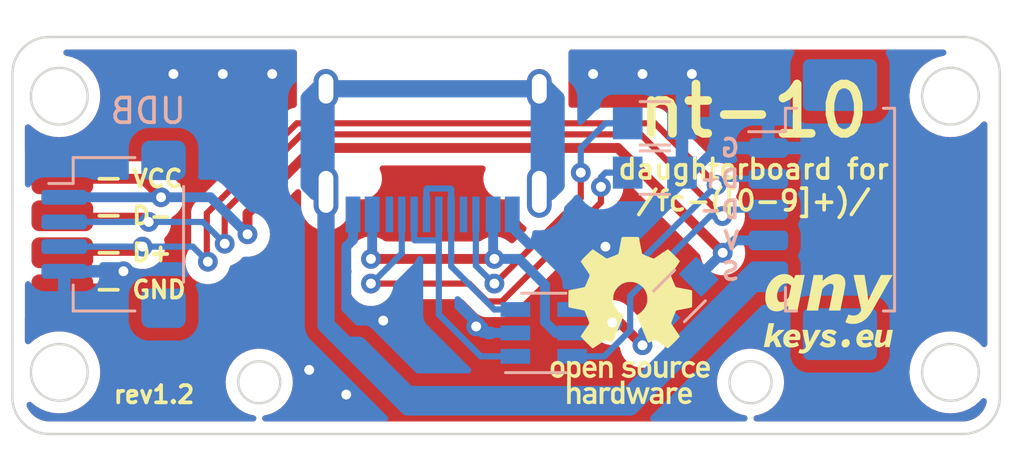
<source format=kicad_pcb>
(kicad_pcb (version 20211014) (generator pcbnew)
  (layers (0 "F.Cu" signal) (31 "B.Cu" signal) (34 "B.Paste" user) (35 "F.Paste" user) (36 "B.SilkS" user "B.Silkscreen") (37 "F.SilkS" user "F.Silkscreen") (38 "B.Mask" user) (39 "F.Mask" user) (44 "Edge.Cuts" user))
  (net 0 "")
  (net 1 "Net-(J1-Pad5)")
  (net 2 "GND")
  (net 3 "VCC")
  (net 4 "VBUS")
  (net 5 "Net-(J1-Pad4)")
  (net 6 "Net-(J1-Pad10)")
  (net 9 "D+")
  (net 10 "D-")
  (net 11 "Net-(J1-Pad6)")
  (net 12 "Earth")
  (footprint "footprints:01x04-solder-header" (layer "F.Cu") (at 2.025 8 -90)
    (fp_text reference "J4" hide)
    (fp_text value "Solder header")
    (pad "1" smd roundrect (at -2.25 0 270) (size 1.25 2.5) (layers "F.Cu" "F.Paste" "F.Mask") (net 3 "VCC"))
    (pad "2" smd roundrect (at -0.75 0 270) (size 1.25 2.5) (layers "F.Cu" "F.Paste" "F.Mask") (net 10 "D-"))
    (pad "3" smd roundrect (at 0.75 0 270) (size 1.25 2.5) (layers "F.Cu" "F.Paste" "F.Mask") (net 9 "D+"))
    (pad "4" smd roundrect (at 2.25 0 270) (size 1.25 2.5) (layers "F.Cu" "F.Paste" "F.Mask") (net 2 "GND"))
  )
  (footprint "Keeb_components:GRAPHIC_oshw" (layer "F.Cu") (at 25.025 11.5)
    (fp_text reference "G***" hide)
    (fp_text value "LOGO" hide)
  )
  (footprint "Keeb_components:GRAPHIC_logo_text" (layer "F.Cu") (at 33.025 11.5)
    (fp_text reference "G***" hide)
    (fp_text value "LOGO" hide)
  )
  (footprint "Keeb_components:R_0805" (layer "B.Cu") (at 26.025 3.5)
    (fp_text reference "R4" hide)
    (fp_text value "5.1k" hide)
    (pad "1" smd rect (at -1.1 0) (size 1.2 1.3) (layers "B.Cu" "B.Paste" "B.Mask") (net 6 "Net-(J1-Pad10)"))
    (pad "2" smd rect (at 1.1 0) (size 1.2 1.3) (layers "B.Cu" "B.Paste" "B.Mask") (net 2 "GND"))
  )
  (footprint "Connector_Molex:Molex_PicoBlade_53261-0571_1x05-1MP_P1.25mm_Horizontal" (layer "B.Cu") (at 33.025 7 -90)
    (fp_text reference "J2" hide)
    (fp_text value "MOLEX 53261-0571")
    (pad "1" smd roundrect (at -2.5 2.4 270) (size 0.8 1.6) (layers "B.Cu" "B.Paste" "B.Mask") (net 2 "GND"))
    (pad "2" smd roundrect (at -1.25 2.4 270) (size 0.8 1.6) (layers "B.Cu" "B.Paste" "B.Mask") (net 9 "D+"))
    (pad "3" smd roundrect (at 0 2.4 270) (size 0.8 1.6) (layers "B.Cu" "B.Paste" "B.Mask") (net 10 "D-"))
    (pad "4" smd roundrect (at 1.25 2.4 270) (size 0.8 1.6) (layers "B.Cu" "B.Paste" "B.Mask") (net 3 "VCC"))
    (pad "5" smd roundrect (at 2.5 2.4 270) (size 0.8 1.6) (layers "B.Cu" "B.Paste" "B.Mask") (net 12 "Earth"))
    (pad "MP" smd roundrect (at -5.05 -0.5 270) (size 2.1 3) (layers "B.Cu" "B.Paste" "B.Mask") (roundrect_rratio 0.1190480952))
    (pad "MP" smd roundrect (at 5.05 -0.5 270) (size 2.1 3) (layers "B.Cu" "B.Paste" "B.Mask") (roundrect_rratio 0.1190480952))
  )
  (footprint "Keeb_components:HRO-TYPE-C-31-M-12" (layer "B.Cu") (at 17.025 -0.5 180)
    (fp_text reference "J1")
    (fp_text value "HRO-TYPE-C-31-M-12")
    (pad "" np_thru_hole circle locked (at 2.89 -6.25) (size 0.65 0.65) (drill 0.65) (layers *.Cu *.Mask))
    (pad "" np_thru_hole circle locked (at -2.89 -6.25) (size 0.65 0.65) (drill 0.65) (layers *.Cu *.Mask))
    (pad "1" smd rect locked (at 3.225 -7.695) (size 0.6 1.45) (layers "B.Cu" "B.Paste" "B.Mask") (net 2 "GND"))
    (pad "2" smd rect locked (at 2.45 -7.695) (size 0.6 1.45) (layers "B.Cu" "B.Paste" "B.Mask") (net 4 "VBUS"))
    (pad "3" smd rect locked (at 1.75 -7.695) (size 0.3 1.45) (layers "B.Cu" "B.Paste" "B.Mask"))
    (pad "4" smd rect locked (at 1.25 -7.695) (size 0.3 1.45) (layers "B.Cu" "B.Paste" "B.Mask") (net 5 "Net-(J1-Pad4)"))
    (pad "5" smd rect locked (at 0.75 -7.695) (size 0.3 1.45) (layers "B.Cu" "B.Paste" "B.Mask") (net 1 "Net-(J1-Pad5)"))
    (pad "6" smd rect locked (at 0.25 -7.695) (size 0.3 1.45) (layers "B.Cu" "B.Paste" "B.Mask") (net 11 "Net-(J1-Pad6)"))
    (pad "7" smd rect locked (at -0.25 -7.695) (size 0.3 1.45) (layers "B.Cu" "B.Paste" "B.Mask") (net 1 "Net-(J1-Pad5)"))
    (pad "8" smd rect locked (at -0.75 -7.695) (size 0.3 1.45) (layers "B.Cu" "B.Paste" "B.Mask") (net 11 "Net-(J1-Pad6)"))
    (pad "9" smd rect locked (at -1.25 -7.695) (size 0.3 1.45) (layers "B.Cu" "B.Paste" "B.Mask"))
    (pad "10" smd rect locked (at -1.75 -7.695) (size 0.3 1.45) (layers "B.Cu" "B.Paste" "B.Mask") (net 6 "Net-(J1-Pad10)"))
    (pad "11" smd rect locked (at -2.45 -7.695) (size 0.6 1.45) (layers "B.Cu" "B.Paste" "B.Mask") (net 4 "VBUS"))
    (pad "12" smd rect locked (at -3.225 -7.695) (size 0.6 1.45) (layers "B.Cu" "B.Paste" "B.Mask") (net 2 "GND"))
    (pad "13" thru_hole oval locked (at -4.32 -2.6) (size 1 1.6) (drill oval 0.6 1.2) (layers *.Cu *.Mask) (net 12 "Earth"))
    (pad "13" thru_hole oval locked (at -4.32 -6.78) (size 1 2.1) (drill oval 0.6 1.7) (layers *.Cu *.Mask) (net 12 "Earth"))
    (pad "13" thru_hole oval locked (at 4.32 -6.78) (size 1 2.1) (drill oval 0.6 1.7) (layers *.Cu *.Mask) (net 12 "Earth"))
    (pad "13" thru_hole oval locked (at 4.32 -2.6) (size 1 1.6) (drill oval 0.6 1.2) (layers *.Cu *.Mask) (net 12 "Earth"))
  )
  (footprint "Keeb_components:R_0805" (layer "B.Cu") (at 26.025 5.5)
    (fp_text reference "R3" hide)
    (fp_text value "5.1k" hide)
    (pad "1" smd rect (at -1.1 0) (size 1.2 1.3) (layers "B.Cu" "B.Paste" "B.Mask") (net 5 "Net-(J1-Pad4)"))
    (pad "2" smd rect (at 1.1 0) (size 1.2 1.3) (layers "B.Cu" "B.Paste" "B.Mask") (net 2 "GND"))
  )
  (footprint "Keeb_components:CONN_JST_SH_SM04B-SRSS-TB_1x04-1MP_P1.00mm_Horizontal" (layer "B.Cu") (at 4.25 8 -90)
    (fp_text reference "J3" hide)
    (fp_text value "UDB" (at -5 -1.25 180) (layer "B.SilkS") (effects (justify mirror)))
    (pad "1" smd roundrect locked (at -1.5 2.15 270) (size 0.6 1.85) (layers "B.Cu" "B.Paste" "B.Mask") (net 3 "VCC"))
    (pad "2" smd roundrect locked (at -0.5 2.15 270) (size 0.6 1.85) (layers "B.Cu" "B.Paste" "B.Mask") (net 10 "D-"))
    (pad "3" smd roundrect locked (at 0.5 2.15 270) (size 0.6 1.85) (layers "B.Cu" "B.Paste" "B.Mask") (net 9 "D+"))
    (pad "4" smd roundrect locked (at 1.5 2.15 270) (size 0.6 1.85) (layers "B.Cu" "B.Paste" "B.Mask") (net 2 "GND"))
    (pad "MP" smd roundrect locked (at 3 -1.875 270) (size 1.6 1.8) (layers "B.Cu" "B.Paste" "B.Mask") (roundrect_rratio 0.208))
    (pad "MP" smd roundrect locked (at -3 -1.875 270) (size 1.6 1.8) (layers "B.Cu" "B.Paste" "B.Mask") (roundrect_rratio 0.208))
  )
  (footprint "Keeb_components:USBLC6-2SC6" (layer "B.Cu") (at 21.525 12 180)
    (fp_text reference "U2" hide)
    (fp_text value "USBLC6-2SC6")
    (pad "1" smd rect (at 1.15 -0.95 90) (size 0.6 1.2) (layers "B.Cu" "B.Paste" "B.Mask") (net 1 "Net-(J1-Pad5)"))
    (pad "2" smd rect (at 1.15 0 90) (size 0.6 1.2) (layers "B.Cu" "B.Paste" "B.Mask") (net 2 "GND"))
    (pad "3" smd rect (at 1.15 0.95 90) (size 0.6 1.2) (layers "B.Cu" "B.Paste" "B.Mask") (net 11 "Net-(J1-Pad6)"))
    (pad "4" smd rect (at -1.15 0.95 90) (size 0.6 1.2) (layers "B.Cu" "B.Paste" "B.Mask") (net 9 "D+"))
    (pad "5" smd rect (at -1.15 0 90) (size 0.6 1.2) (layers "B.Cu" "B.Paste" "B.Mask") (net 4 "VBUS"))
    (pad "6" smd rect (at -1.15 -0.95 90) (size 0.6 1.2) (layers "B.Cu" "B.Paste" "B.Mask") (net 10 "D-"))
  )
  (footprint "Keeb_components:F_0805" (layer "B.Cu") (at 27.025 10.5 45)
    (fp_text reference "F1" hide)
    (fp_text value "Polyfuse" hide)
    (pad "1" smd rect (at -1.1 0 45) (size 1 1.3) (layers "B.Cu" "B.Paste" "B.Mask") (net 4 "VBUS"))
    (pad "2" smd rect (at 1.1 0 45) (size 1 1.3) (layers "B.Cu" "B.Paste" "B.Mask") (net 3 "VCC"))
  )
  (gr_line (start 3.525 8.75) (end 4.275 8.75) (layer "F.SilkS") (width 0.15))
  (gr_line (start 3.525 5.75) (end 4.275 5.75) (layer "F.SilkS") (width 0.15))
  (gr_line (start 3.525 10.25) (end 4.275 10.25) (layer "F.SilkS") (width 0.15))
  (gr_line (start 3.525 7.25) (end 4.275 7.25) (layer "F.SilkS") (width 0.15))
  (gr_line (start 40 1.5) (end 40 14.6) (layer "Edge.Cuts") (width 0.1))
  (gr_circle (center 38 13.6) (end 39.15 13.6) (layer "Edge.Cuts") (width 0.1) (fill none))
  (gr_circle (center 1.9 13.6) (end 3.05 13.6) (layer "Edge.Cuts") (width 0.1) (fill none))
  (gr_circle (center 1.9 2.4) (end 3.05 2.4) (layer "Edge.Cuts") (width 0.1) (fill none))
  (gr_line (start 0 14.6) (end 0 1.5) (layer "Edge.Cuts") (width 0.1))
  (gr_line (start 38.5 16.1) (end 1.5 16.1) (layer "Edge.Cuts") (width 0.1))
  (gr_arc (start 40 14.6) (mid 39.56066 15.66066) (end 38.5 16.1) (layer "Edge.Cuts") (width 0.1))
  (gr_arc (start 1.5 16.1) (mid 0.43934 15.66066) (end 0 14.6) (layer "Edge.Cuts") (width 0.1))
  (gr_line (start 1.5 0) (end 38.5 0) (layer "Edge.Cuts") (width 0.1))
  (gr_arc (start 0 1.5) (mid 0.43934 0.43934) (end 1.5 0) (layer "Edge.Cuts") (width 0.1))
  (gr_circle (center 38 2.4) (end 39.15 2.4) (layer "Edge.Cuts") (width 0.1) (fill none))
  (gr_arc (start 38.5 0) (mid 39.56066 0.43934) (end 40 1.5) (layer "Edge.Cuts") (width 0.1))
  (gr_circle (center 10 14) (end 10.85 14) (layer "Edge.Cuts") (width 0.1) (fill none))
  (gr_circle (center 29.9 14) (end 30.75 14) (layer "Edge.Cuts") (width 0.1) (fill none))
  (gr_text "G" (at 29.525 4.5) (layer "B.SilkS") (effects (font (size 0.7 0.7)) (justify left mirror)))
  (gr_text "D+" (at 29.525 5.75) (layer "B.SilkS") (effects (font (size 0.7 0.7)) (justify left mirror)))
  (gr_text "D-" (at 29.525 7) (layer "B.SilkS") (effects (font (size 0.7 0.7)) (justify left mirror)))
  (gr_text "V" (at 29.525 8.25) (layer "B.SilkS") (effects (font (size 0.7 0.7)) (justify left mirror)))
  (gr_text "S" (at 29.525 9.5) (layer "B.SilkS") (effects (font (size 0.7 0.7)) (justify left mirror)))
  (gr_text "VCC" (at 4.775 5.75) (layer "F.SilkS") (effects (font (size 0.7 0.7)) (justify left)))
  (gr_text "D+" (at 4.775 8.75) (layer "F.SilkS") (effects (font (size 0.7 0.7)) (justify left)))
  (gr_text "D-" (at 4.775 7.25) (layer "F.SilkS") (effects (font (size 0.7 0.7)) (justify left)))
  (gr_text "GND" (at 4.775 10.25) (layer "F.SilkS") (effects (font (size 0.7 0.7)) (justify left)))
  (gr_text "nt-10" (at 30.025 3) (layer "F.SilkS") (effects (font (size 2 2) (thickness 0.35))))
  (gr_text "daughterboard for\n/fc-([0-9]+)/" (at 30.025 6) (layer "F.SilkS") (effects (font (size 0.8 0.8))))
  (gr_text "rev1.2" (at 4.025 14.5) (layer "F.SilkS") (effects (font (size 0.7 0.7)) (justify left)))
  (segment (start 16.275 7.195) (end 16.275 8.219022) (width 0.25) (layer "B.Cu") (net 1))
  (segment (start 18.975 12.95) (end 17.275 11.25) (width 0.25) (layer "B.Cu") (net 1))
  (segment (start 16.275 8.219022) (end 16.300489 8.244511) (width 0.25) (layer "B.Cu") (net 1))
  (segment (start 17.275 8.219022) (end 17.275 7.195) (width 0.25) (layer "B.Cu") (net 1))
  (segment (start 16.300489 8.244511) (end 17.249511 8.244511) (width 0.25) (layer "B.Cu") (net 1))
  (segment (start 17.249511 8.244511) (end 17.275 8.219022) (width 0.25) (layer "B.Cu") (net 1))
  (segment (start 20.375 12.95) (end 18.975 12.95) (width 0.25) (layer "B.Cu") (net 1))
  (segment (start 17.275 11.25) (end 17.275 7.195) (width 0.25) (layer "B.Cu") (net 1))
  (segment (start 3.75 10.25) (end 4.5 9.5) (width 0.4) (layer "F.Cu") (net 2))
  (segment (start 2.025 10.25) (end 3.75 10.25) (width 0.4) (layer "F.Cu") (net 2))
  (via (at 13.525 14.5) (size 0.8) (drill 0.4) (layers "F.Cu" "B.Cu") (net 2))
  (via (at 18.787299 11.737701) (size 0.8) (drill 0.4) (layers "F.Cu" "B.Cu") (net 2))
  (via (at 12.025 13.5) (size 0.8) (drill 0.4) (layers "F.Cu" "B.Cu") (net 2))
  (via (at 27.525 1.5) (size 0.8) (drill 0.4) (layers "F.Cu" "B.Cu") (net 2))
  (via (at 15.025 11.5) (size 0.8) (drill 0.4) (layers "F.Cu" "B.Cu") (net 2))
  (via (at 24.025 8.5) (size 0.8) (drill 0.4) (layers "F.Cu" "B.Cu") (net 2))
  (via (at 10.525 1.5) (size 0.8) (drill 0.4) (layers "F.Cu" "B.Cu") (net 2))
  (via (at 23.525 1.5) (size 0.8) (drill 0.4) (layers "F.Cu" "B.Cu") (net 2))
  (via (at 25.525 1.5) (size 0.8) (drill 0.4) (layers "F.Cu" "B.Cu") (net 2))
  (via (at 4.5 9.5) (size 0.8) (drill 0.4) (layers "F.Cu" "B.Cu") (net 2))
  (via (at 8.525 1.5) (size 0.8) (drill 0.4) (layers "F.Cu" "B.Cu") (net 2))
  (via (at 6.525 1.5) (size 0.8) (drill 0.4) (layers "F.Cu" "B.Cu") (net 2))
  (segment (start 20.92548 8.40048) (end 21.525 8.40048) (width 0.4) (layer "B.Cu") (net 2))
  (segment (start 13.525 11) (end 14.025 11.5) (width 0.4) (layer "B.Cu") (net 2))
  (segment (start 13.525 8.5) (end 13.525 9.5) (width 0.4) (layer "B.Cu") (net 2))
  (segment (start 28.525 4.5) (end 30.625 4.5) (width 0.4) (layer "B.Cu") (net 2))
  (segment (start 20.525 8) (end 20.92548 8.40048) (width 0.4) (layer "B.Cu") (net 2))
  (segment (start 24.525 8.5) (end 24.025 8.5) (width 0.4) (layer "B.Cu") (net 2))
  (segment (start 27.125 5.5) (end 27.525 5.5) (width 0.4) (layer "B.Cu") (net 2))
  (segment (start 20.25 7.725) (end 20.525 8) (width 0.4) (layer "B.Cu") (net 2))
  (segment (start 13.525 9.5) (end 13.525 11) (width 0.4) (layer "B.Cu") (net 2))
  (segment (start 20.25 7.195) (end 20.25 7.725) (width 0.4) (layer "B.Cu") (net 2))
  (segment (start 14.025 11.5) (end 15.025 11.5) (width 0.4) (layer "B.Cu") (net 2))
  (segment (start 27.125 5.5) (end 27.125 3.5) (width 0.4) (layer "B.Cu") (net 2))
  (segment (start 4.5 9.5) (end 2.1 9.5) (width 0.4) (layer "B.Cu") (net 2))
  (segment (start 19.049598 12) (end 18.787299 11.737701) (width 0.4) (layer "B.Cu") (net 2))
  (segment (start 27.125 5.9) (end 24.525 8.5) (width 0.4) (layer "B.Cu") (net 2))
  (segment (start 13.8 8.225) (end 13.525 8.5) (width 0.4) (layer "B.Cu") (net 2))
  (segment (start 20.375 12) (end 19.049598 12) (width 0.4) (layer "B.Cu") (net 2))
  (segment (start 27.525 5.5) (end 28.525 4.5) (width 0.4) (layer "B.Cu") (net 2))
  (segment (start 21.525 8.40048) (end 22.42548 8.40048) (width 0.4) (layer "B.Cu") (net 2))
  (segment (start 13.8 7.195) (end 13.8 8.225) (width 0.4) (layer "B.Cu") (net 2))
  (segment (start 23.92548 8.40048) (end 24.025 8.5) (width 0.4) (layer "B.Cu") (net 2))
  (segment (start 27.125 5.5) (end 27.125 5.9) (width 0.4) (layer "B.Cu") (net 2))
  (segment (start 22.42548 8.40048) (end 23.92548 8.40048) (width 0.4) (layer "B.Cu") (net 2))
  (segment (start 5.275 5.75) (end 6.025 6.5) (width 0.4) (layer "F.Cu") (net 3))
  (segment (start 28.775 8.75) (end 24.525 4.5) (width 0.4) (layer "F.Cu") (net 3))
  (segment (start 12.185332 4.5) (end 11.605166 5.080166) (width 0.4) (layer "F.Cu") (net 3))
  (segment (start 9.525 7.160331) (end 11.605166 5.080166) (width 0.4) (layer "F.Cu") (net 3))
  (segment (start 2.025 5.75) (end 5.275 5.75) (width 0.4) (layer "F.Cu") (net 3))
  (segment (start 12.185331 4.5) (end 11.605166 5.080166) (width 0.4) (layer "F.Cu") (net 3))
  (segment (start 24.525 4.5) (end 12.185332 4.5) (width 0.4) (layer "F.Cu") (net 3))
  (segment (start 9.525 8) (end 9.525 7.160331) (width 0.4) (layer "F.Cu") (net 3))
  (via (at 28.775 8.75) (size 0.8) (drill 0.4) (layers "F.Cu" "B.Cu") (net 3))
  (via (at 6.025 6.5) (size 0.8) (drill 0.4) (layers "F.Cu" "B.Cu") (net 3))
  (via (at 9.525 8) (size 0.8) (drill 0.4) (layers "F.Cu" "B.Cu") (net 3))
  (segment (start 6.025 6.5) (end 2.1 6.5) (width 0.4) (layer "B.Cu") (net 3))
  (segment (start 30.625 8.25) (end 29.275 8.25) (width 0.4) (layer "B.Cu") (net 3))
  (segment (start 6.025 6.5) (end 8.025 6.5) (width 0.4) (layer "B.Cu") (net 3))
  (segment (start 29.275 8.25) (end 28.775 8.75) (width 0.4) (layer "B.Cu") (net 3))
  (segment (start 27.802817 9.722183) (end 28.775 8.75) (width 0.4) (layer "B.Cu") (net 3))
  (segment (start 8.025 6.5) (end 9.525 8) (width 0.4) (layer "B.Cu") (net 3))
  (segment (start 14.525 9) (end 19.525 9) (width 0.4) (layer "F.Cu") (net 4))
  (segment (start 24.3005 11.579108) (end 24.604108 11.579108) (width 0.4) (layer "F.Cu") (net 4))
  (segment (start 24.604108 11.579108) (end 25.525 12.5) (width 0.4) (layer "F.Cu") (net 4))
  (via (at 14.525 9) (size 0.8) (drill 0.4) (layers "F.Cu" "B.Cu") (net 4))
  (via (at 25.525 12.5) (size 0.8) (drill 0.4) (layers "F.Cu" "B.Cu") (net 4))
  (via (at 24.3005 11.579108) (size 0.8) (drill 0.4) (layers "F.Cu" "B.Cu") (net 4))
  (via (at 19.525 9) (size 0.8) (drill 0.4) (layers "F.Cu" "B.Cu") (net 4))
  (segment (start 14.575 7.195) (end 14.575 8.95) (width 0.4) (layer "B.Cu") (net 4))
  (segment (start 22.025 12) (end 22.675 12) (width 0.4) (layer "B.Cu") (net 4))
  (segment (start 25.54952 12.47548) (end 25.525 12.5) (width 0.4) (layer "B.Cu") (net 4))
  (segment (start 22.675 12) (end 23.879608 12) (width 0.4) (layer "B.Cu") (net 4))
  (segment (start 19.475 7.195) (end 19.475 8.95) (width 0.4) (layer "B.Cu") (net 4))
  (segment (start 19.525 9) (end 20.525 9) (width 0.4) (layer "B.Cu") (net 4))
  (segment (start 21.574502 10.049502) (end 21.574502 11.549502) (width 0.4) (layer "B.Cu") (net 4))
  (segment (start 20.525 9) (end 21.574502 10.049502) (width 0.4) (layer "B.Cu") (net 4))
  (segment (start 19.475 8.95) (end 19.525 9) (width 0.4) (layer "B.Cu") (net 4))
  (segment (start 26.247183 11.277817) (end 25.54952 11.97548) (width 0.4) (layer "B.Cu") (net 4))
  (segment (start 23.879608 12) (end 24.3005 11.579108) (width 0.4) (layer "B.Cu") (net 4))
  (segment (start 25.54952 11.97548) (end 25.54952 12.47548) (width 0.4) (layer "B.Cu") (net 4))
  (segment (start 14.575 8.95) (end 14.525 9) (width 0.4) (layer "B.Cu") (net 4))
  (segment (start 21.574502 11.549502) (end 22.025 12) (width 0.4) (layer "B.Cu") (net 4))
  (segment (start 23.841086 6.077069) (end 23.841086 6.708528) (width 0.25) (layer "F.Cu") (net 5))
  (segment (start 14.525 9.999503) (end 18.499889 9.999503) (width 0.25) (layer "F.Cu") (net 5))
  (segment (start 19.224897 10.724511) (end 19.825103 10.724511) (width 0.25) (layer "F.Cu") (net 5))
  (segment (start 19.012693 10.512307) (end 19.224897 10.724511) (width 0.25) (layer "F.Cu") (net 5))
  (segment (start 18.499889 9.999503) (end 19.012693 10.512307) (width 0.25) (layer "F.Cu") (net 5))
  (segment (start 19.825103 10.724511) (end 23.037307 7.512307) (width 0.25) (layer "F.Cu") (net 5))
  (segment (start 23.841086 6.708528) (end 23.037307 7.512307) (width 0.25) (layer "F.Cu") (net 5))
  (via (at 14.525 9.999503) (size 0.8) (drill 0.4) (layers "F.Cu" "B.Cu") (net 5))
  (via (at 23.841086 6.077069) (size 0.8) (drill 0.4) (layers "F.Cu" "B.Cu") (net 5))
  (segment (start 15.775 8.774614) (end 14.550111 9.999503) (width 0.25) (layer "B.Cu") (net 5))
  (segment (start 15.775 7.195) (end 15.775 8.774614) (width 0.25) (layer "B.Cu") (net 5))
  (segment (start 23.841086 5.683914) (end 23.841086 6.077069) (width 0.25) (layer "B.Cu") (net 5))
  (segment (start 24.925 5.5) (end 24.025 5.5) (width 0.25) (layer "B.Cu") (net 5))
  (segment (start 24.025 5.5) (end 23.841086 5.683914) (width 0.25) (layer "B.Cu") (net 5))
  (segment (start 14.550111 9.999503) (end 14.525 9.999503) (width 0.25) (layer "B.Cu") (net 5))
  (segment (start 19.549614 10) (end 23.025 6.524614) (width 0.25) (layer "F.Cu") (net 6))
  (segment (start 19.525 10) (end 19.549614 10) (width 0.25) (layer "F.Cu") (net 6))
  (segment (start 23.025 6.524614) (end 23.025 5.5) (width 0.25) (layer "F.Cu") (net 6))
  (via (at 23.025 5.5) (size 0.8) (drill 0.4) (layers "F.Cu" "B.Cu") (net 6))
  (via (at 19.525 10) (size 0.8) (drill 0.4) (layers "F.Cu" "B.Cu") (net 6))
  (segment (start 18.775 9.274614) (end 19.500386 10) (width 0.25) (layer "B.Cu") (net 6))
  (segment (start 18.775 7.195) (end 18.775 9.274614) (width 0.25) (layer "B.Cu") (net 6))
  (segment (start 19.500386 10) (end 19.525 10) (width 0.25) (layer "B.Cu") (net 6))
  (segment (start 24.025 3.5) (end 23.025 4.5) (width 0.25) (layer "B.Cu") (net 6))
  (segment (start 24.925 3.5) (end 24.025 3.5) (width 0.25) (layer "B.Cu") (net 6))
  (segment (start 23.025 4.5) (end 23.025 5.5) (width 0.25) (layer "B.Cu") (net 6))
  (segment (start 8.5113 6.5137) (end 7.87707 7.14793) (width 0.25) (layer "F.Cu") (net 9))
  (segment (start 7.87707 9.070664) (end 7.919449 9.113043) (width 0.25) (layer "F.Cu") (net 9))
  (segment (start 7.87707 7.14793) (end 7.87707 9.070664) (width 0.25) (layer "F.Cu") (net 9))
  (segment (start 5.025 8.75) (end 5.275 8.5) (width 0.25) (layer "F.Cu") (net 9))
  (segment (start 2.025 8.75) (end 5.025 8.75) (width 0.25) (layer "F.Cu") (net 9))
  (segment (start 26.025 3.5) (end 11.525 3.5) (width 0.25) (layer "F.Cu") (net 9))
  (segment (start 28.525 6) (end 26.025 3.5) (width 0.25) (layer "F.Cu") (net 9))
  (segment (start 11.525 3.5) (end 8.5113 6.5137) (width 0.25) (layer "F.Cu") (net 9))
  (via (at 5.275 8.5) (size 0.8) (drill 0.4) (layers "F.Cu" "B.Cu") (net 9))
  (via (at 28.525 6) (size 0.8) (drill 0.4) (layers "F.Cu" "B.Cu") (net 9))
  (via (at 7.919449 9.113043) (size 0.8) (drill 0.4) (layers "F.Cu" "B.Cu") (net 9))
  (segment (start 30.625 5.75) (end 28.775 5.75) (width 0.25) (layer "B.Cu") (net 9))
  (segment (start 28.775 5.75) (end 28.525 6) (width 0.25) (layer "B.Cu") (net 9))
  (segment (start 7.306406 8.5) (end 5.275 8.5) (width 0.25) (layer "B.Cu") (net 9))
  (segment (start 5.275 8.5) (end 2.1 8.5) (width 0.25) (layer "B.Cu") (net 9))
  (segment (start 7.919449 9.113043) (end 7.306406 8.5) (width 0.25) (layer "B.Cu") (net 9))
  (segment (start 22.675 11.05) (end 23.475 11.05) (width 0.25) (layer "B.Cu") (net 9))
  (segment (start 23.475 11.05) (end 28.525 6) (width 0.25) (layer "B.Cu") (net 9))
  (segment (start 8.96082 6.699897) (end 8.601581 7.059136) (width 0.25) (layer "F.Cu") (net 10))
  (segment (start 25.449906 3.94952) (end 11.711196 3.94952) (width 0.25) (layer "F.Cu") (net 10))
  (segment (start 28.762693 7.262307) (end 25.449906 3.94952) (width 0.25) (layer "F.Cu") (net 10))
  (segment (start 11.711197 3.94952) (end 11.342858 4.317858) (width 0.25) (layer "F.Cu") (net 10))
  (segment (start 11.711196 3.94952) (end 11.342858 4.317858) (width 0.25) (layer "F.Cu") (net 10))
  (segment (start 2.025 7.25) (end 5.275 7.25) (width 0.25) (layer "F.Cu") (net 10))
  (segment (start 8.601581 7.059136) (end 8.601581 8.382494) (width 0.25) (layer "F.Cu") (net 10))
  (segment (start 5.275 7.25) (end 5.525 7.5) (width 0.25) (layer "F.Cu") (net 10))
  (segment (start 11.342858 4.317858) (end 8.96082 6.699897) (width 0.25) (layer "F.Cu") (net 10))
  (via (at 28.762693 7.262307) (size 0.8) (drill 0.4) (layers "F.Cu" "B.Cu") (net 10))
  (via (at 8.601581 8.382494) (size 0.8) (drill 0.4) (layers "F.Cu" "B.Cu") (net 10))
  (via (at 5.525 7.5) (size 0.8) (drill 0.4) (layers "F.Cu" "B.Cu") (net 10))
  (segment (start 25.025 10.5) (end 25.025 11.9) (width 0.25) (layer "B.Cu") (net 10))
  (segment (start 2.1 7.5) (end 5.525 7.5) (width 0.25) (layer "B.Cu") (net 10))
  (segment (start 7.719087 7.5) (end 5.525 7.5) (width 0.25) (layer "B.Cu") (net 10))
  (segment (start 28.262693 7.262307) (end 25.025 10.5) (width 0.25) (layer "B.Cu") (net 10))
  (segment (start 8.601581 8.382494) (end 7.719087 7.5) (width 0.25) (layer "B.Cu") (net 10))
  (segment (start 23.975 12.95) (end 22.675 12.95) (width 0.25) (layer "B.Cu") (net 10))
  (segment (start 25.025 11.9) (end 23.975 12.95) (width 0.25) (layer "B.Cu") (net 10))
  (segment (start 29.025 7) (end 28.762693 7.262307) (width 0.25) (layer "B.Cu") (net 10))
  (segment (start 30.625 7) (end 29.025 7) (width 0.25) (layer "B.Cu") (net 10))
  (segment (start 28.762693 7.262307) (end 28.262693 7.262307) (width 0.25) (layer "B.Cu") (net 10))
  (segment (start 16.775 7.195) (end 16.775 6.170978) (width 0.25) (layer "B.Cu") (net 11))
  (segment (start 16.800489 6.145489) (end 17.749511 6.145489) (width 0.25) (layer "B.Cu") (net 11))
  (segment (start 20.375 11.05) (end 19.525 11.05) (width 0.25) (layer "B.Cu") (net 11))
  (segment (start 19.525 11.05) (end 17.775 9.3) (width 0.25) (layer "B.Cu") (net 11))
  (segment (start 16.775 6.170978) (end 16.800489 6.145489) (width 0.25) (layer "B.Cu") (net 11))
  (segment (start 17.749511 6.145489) (end 17.775 6.170978) (width 0.25) (layer "B.Cu") (net 11))
  (segment (start 17.775 6.170978) (end 17.775 7.195) (width 0.25) (layer "B.Cu") (net 11))
  (segment (start 17.775 9.3) (end 17.775 7.195) (width 0.25) (layer "B.Cu") (net 11))
  (segment (start 12.025 2.5) (end 12.525 2) (width 0.7) (layer "B.Cu") (net 12))
  (segment (start 16.025 14.5) (end 14.025 12.5) (width 0.7) (layer "B.Cu") (net 12))
  (segment (start 31.025 10) (end 30.625 9.6) (width 0.7) (layer "B.Cu") (net 12))
  (segment (start 29.025 10.5) (end 30.025 9.5) (width 0.7) (layer "B.Cu") (net 12))
  (segment (start 30.625 9.6) (end 30.625 9.5) (width 0.7) (layer "B.Cu") (net 12))
  (segment (start 16.025 15) (end 24.525 15) (width 0.7) (layer "B.Cu") (net 12))
  (segment (start 12.025 6) (end 12.025 2.5) (width 0.7) (layer "B.Cu") (net 12))
  (segment (start 12.705 6.28) (end 12.305 6.28) (width 0.7) (layer "B.Cu") (net 12))
  (segment (start 12.305 6.28) (end 12.025 6) (width 0.7) (layer "B.Cu") (net 12))
  (segment (start 22.025 2.5) (end 21.525 2) (width 0.7) (layer "B.Cu") (net 12))
  (segment (start 16.025 14.5) (end 25.025 14.5) (width 0.7) (layer "B.Cu") (net 12))
  (segment (start 12.705 2.1) (end 21.345 2.1) (width 0.7) (layer "B.Cu") (net 12))
  (segment (start 25.025 14.5) (end 25.525 14) (width 0.7) (layer "B.Cu") (net 12))
  (segment (start 12.705 6.28) (end 12.705 11.68) (width 0.7) (layer "B.Cu") (net 12))
  (segment (start 12.705 6.28) (end 12.705 2.1) (width 0.7) (layer "B.Cu") (net 12))
  (segment (start 21.345 2.1) (end 21.345 6.28) (width 0.7) (layer "B.Cu") (net 12))
  (segment (start 13.525 12.5) (end 15.525 14.5) (width 0.7) (layer "B.Cu") (net 12))
  (segment (start 12.705 11.68) (end 13.525 12.5) (width 0.7) (layer "B.Cu") (net 12))
  (segment (start 24.525 15) (end 25.025 15) (width 0.7) (layer "B.Cu") (net 12))
  (segment (start 21.345 6.28) (end 21.745 6.28) (width 0.7) (layer "B.Cu") (net 12))
  (segment (start 30.025 9.5) (end 30.625 9.5) (width 0.7) (layer "B.Cu") (net 12))
  (segment (start 15.525 14.5) (end 16.025 15) (width 0.7) (layer "B.Cu") (net 12))
  (segment (start 15.525 14.5) (end 16.025 14.5) (width 0.7) (layer "B.Cu") (net 12))
  (segment (start 30.025 10) (end 31.025 10) (width 0.7) (layer "B.Cu") (net 12))
  (segment (start 24.525 15) (end 29.025 10.5) (width 0.7) (layer "B.Cu") (net 12))
  (segment (start 22.025 6) (end 22.025 2.5) (width 0.7) (layer "B.Cu") (net 12))
  (segment (start 25.025 15) (end 30.025 10) (width 0.7) (layer "B.Cu") (net 12))
  (segment (start 14.025 12.5) (end 13.525 12.5) (width 0.7) (layer "B.Cu") (net 12))
  (segment (start 21.745 6.28) (end 22.025 6) (width 0.7) (layer "B.Cu") (net 12))
  (zone (net 0) (net_name "") (layers F&B.Cu) (connect_pads (clearance 0)) (min_thickness 0.254)
    (keepout (tracks allowed) (vias allowed) (pads allowed) (copperpour not_allowed) (footprints allowed))
    (fill (thermal_gap 0.508) (thermal_bridge_width 0.508))
    (polygon (pts (xy 22.525 5) (xy 11.525 5) (xy 11.525 -1.5) (xy 22.525 -1.5)))
  )
  (zone (net 2) (net_name "GND") (layers F&B.Cu) (connect_pads (clearance 0.508)) (min_thickness 0.254) (fill yes (thermal_gap 0.508) (thermal_bridge_width 0.508))
    (polygon (pts (xy 41 17) (xy -0.5 17) (xy -0.5 -1) (xy 41 -1)))
  )
)
</source>
